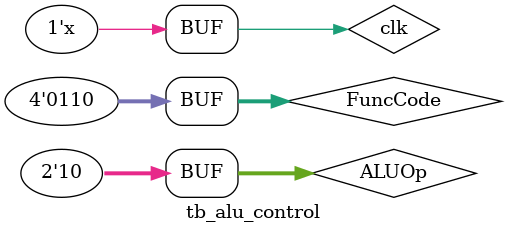
<source format=v>

`timescale 1 ns/10 ps

module tb_alu_control();
reg clk;
reg [1:0] ALUOp;
wire [3:0]ALUCtl;
reg [3:0] FuncCode;
alu_control ac_inst( ALUCtl, ALUOp, FuncCode, clk);
initial begin
  clk = 1'b0;
  #1
  FuncCode = 4'b0000; 
  ALUOp = 2'b01;
  #2 FuncCode = 4'b1000; 
  #2 FuncCode = 4'b0111; 
#2 FuncCode = 4'b0110; 
#2
  ALUOp = 2'b00;
  FuncCode = 4'b0000; 
#2  FuncCode = 4'b1000; 
  #2 FuncCode = 4'b0111; 
#2 FuncCode = 4'b0110;  
#2  ALUOp = 2'b10;
  FuncCode = 4'b0000; 
#2 FuncCode = 4'b1000; 
  #2 FuncCode = 4'b0111; 
#2 FuncCode = 4'b0110;  
end
always #1 clk = ~clk;

// Testing IF module


endmodule
</source>
